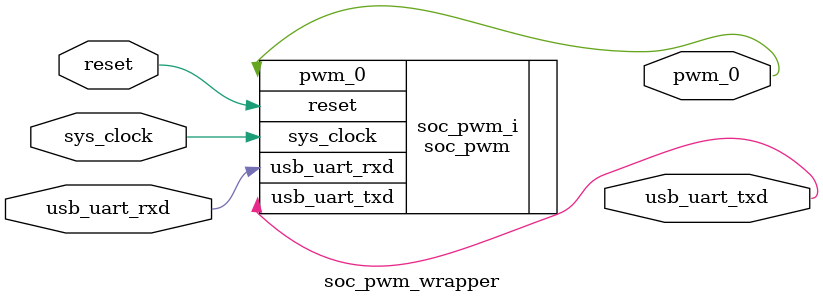
<source format=v>
`timescale 1 ps / 1 ps

module soc_pwm_wrapper
   (pwm_0,
    reset,
    sys_clock,
    usb_uart_rxd,
    usb_uart_txd);
  output pwm_0;
  input reset;
  input sys_clock;
  input usb_uart_rxd;
  output usb_uart_txd;

  wire pwm_0;
  wire reset;
  wire sys_clock;
  wire usb_uart_rxd;
  wire usb_uart_txd;

  soc_pwm soc_pwm_i
       (.pwm_0(pwm_0),
        .reset(reset),
        .sys_clock(sys_clock),
        .usb_uart_rxd(usb_uart_rxd),
        .usb_uart_txd(usb_uart_txd));
endmodule

</source>
